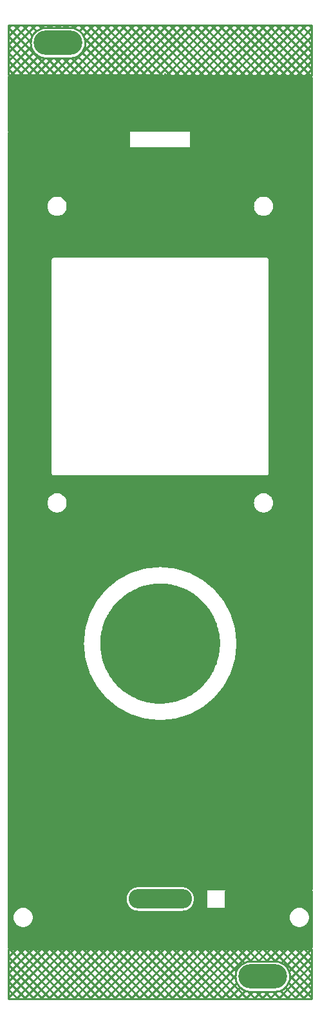
<source format=gbl>
G04 Layer: BottomLayer*
G04 EasyEDA v6.5.29, 2023-07-18 11:26:45*
G04 dee4f192ebb34c66a732ff03969ef4b9,5a6b42c53f6a479593ecc07194224c93,10*
G04 Gerber Generator version 0.2*
G04 Scale: 100 percent, Rotated: No, Reflected: No *
G04 Dimensions in millimeters *
G04 leading zeros omitted , absolute positions ,4 integer and 5 decimal *
%FSLAX45Y45*%
%MOMM*%

%ADD10C,0.2540*%
%ADD11C,2.0000*%
%ADD12O,6.4000126X3.1999936*%
%ADD13O,8.339988400000001X2.5599898*%

%LPD*%
G36*
X36068Y698500D02*
G01*
X32156Y699262D01*
X28905Y701497D01*
X26670Y704748D01*
X25908Y708660D01*
X25908Y4345940D01*
X26670Y4349851D01*
X28905Y4353102D01*
X32156Y4355338D01*
X36068Y4356100D01*
X32156Y4356862D01*
X28905Y4359097D01*
X26670Y4362348D01*
X25908Y4366260D01*
X25908Y11394440D01*
X26670Y11398351D01*
X28905Y11401602D01*
X32156Y11403838D01*
X36068Y11404600D01*
X32156Y11405362D01*
X28905Y11407597D01*
X26670Y11410848D01*
X25908Y11414760D01*
X25908Y12130938D01*
X26670Y12134799D01*
X28905Y12138101D01*
X32207Y12140336D01*
X36118Y12141098D01*
X4027982Y12128601D01*
X4031843Y12127839D01*
X4035145Y12125604D01*
X4037329Y12122353D01*
X4038092Y12118441D01*
X4038092Y1470660D01*
X4037329Y1466748D01*
X4035094Y1463497D01*
X4031843Y1461262D01*
X4027932Y1460500D01*
X4031843Y1459738D01*
X4035094Y1457502D01*
X4037329Y1454251D01*
X4038092Y1450340D01*
X4038092Y708660D01*
X4037329Y704748D01*
X4035094Y701497D01*
X4031843Y699262D01*
X4027932Y698500D01*
G37*

%LPC*%
G36*
X1639316Y11201400D02*
G01*
X2424684Y11201400D01*
X2425700Y11202416D01*
X2425700Y11403584D01*
X2424684Y11404600D01*
X1628139Y11404600D01*
X1632051Y11403838D01*
X1635302Y11401602D01*
X1637538Y11398351D01*
X1638300Y11394440D01*
X1638300Y11202416D01*
X1638452Y11201552D01*
G37*
G36*
X228600Y979017D02*
G01*
X243789Y979932D01*
X258724Y982675D01*
X273253Y987196D01*
X287121Y993444D01*
X300126Y1001318D01*
X312064Y1010666D01*
X322834Y1021435D01*
X332181Y1033373D01*
X340055Y1046378D01*
X346303Y1060246D01*
X350824Y1074775D01*
X353568Y1089710D01*
X354482Y1104900D01*
X353568Y1120089D01*
X350824Y1135024D01*
X346303Y1149553D01*
X340055Y1163421D01*
X332181Y1176426D01*
X322834Y1188364D01*
X312064Y1199134D01*
X300126Y1208481D01*
X287121Y1216355D01*
X273253Y1222603D01*
X258724Y1227124D01*
X243789Y1229868D01*
X228600Y1230782D01*
X213410Y1229868D01*
X198475Y1227124D01*
X183946Y1222603D01*
X170078Y1216355D01*
X157073Y1208481D01*
X145135Y1199134D01*
X134366Y1188364D01*
X125018Y1176426D01*
X117144Y1163421D01*
X110896Y1149553D01*
X106375Y1135024D01*
X103632Y1120089D01*
X102717Y1104900D01*
X103632Y1089710D01*
X106375Y1074775D01*
X110896Y1060246D01*
X117144Y1046378D01*
X125018Y1033373D01*
X134366Y1021435D01*
X145135Y1010666D01*
X157073Y1001318D01*
X170078Y993444D01*
X183946Y987196D01*
X198475Y982675D01*
X213410Y979932D01*
G37*
G36*
X1743252Y1192276D02*
G01*
X2320747Y1192276D01*
X2337663Y1193190D01*
X2354072Y1195882D01*
X2370124Y1200353D01*
X2385618Y1206550D01*
X2400350Y1214323D01*
X2414117Y1223670D01*
X2426817Y1234490D01*
X2438298Y1246581D01*
X2448356Y1259840D01*
X2456942Y1274114D01*
X2463952Y1289253D01*
X2469286Y1305052D01*
X2472842Y1321308D01*
X2474671Y1337868D01*
X2474671Y1354531D01*
X2472842Y1371092D01*
X2469286Y1387348D01*
X2463952Y1403146D01*
X2456942Y1418285D01*
X2448356Y1432560D01*
X2438298Y1445818D01*
X2426817Y1457909D01*
X2414117Y1468729D01*
X2400350Y1478076D01*
X2385618Y1485849D01*
X2370124Y1492046D01*
X2354072Y1496517D01*
X2337663Y1499209D01*
X2320747Y1500124D01*
X1743252Y1500124D01*
X1726387Y1499209D01*
X1709928Y1496517D01*
X1693875Y1492046D01*
X1678381Y1485849D01*
X1663649Y1478076D01*
X1649882Y1468729D01*
X1637182Y1457909D01*
X1625701Y1445818D01*
X1615643Y1432560D01*
X1607058Y1418285D01*
X1600047Y1403146D01*
X1594713Y1387348D01*
X1591157Y1371092D01*
X1589328Y1354531D01*
X1589328Y1337868D01*
X1591157Y1321308D01*
X1594713Y1305052D01*
X1600047Y1289253D01*
X1607058Y1274114D01*
X1615643Y1259840D01*
X1625701Y1246581D01*
X1637182Y1234490D01*
X1649882Y1223670D01*
X1663649Y1214323D01*
X1678381Y1206550D01*
X1693875Y1200353D01*
X1709928Y1195882D01*
X1726387Y1193190D01*
G37*
G36*
X2655316Y1231900D02*
G01*
X2881884Y1231900D01*
X2882900Y1232916D01*
X2882900Y1450340D01*
X2883662Y1454251D01*
X2885897Y1457502D01*
X2889148Y1459738D01*
X2893060Y1460500D01*
X2655316Y1460500D01*
X2654300Y1459484D01*
X2654300Y1232916D01*
G37*
G36*
X1881022Y3594354D02*
G01*
X2640634Y3720947D01*
X2642158Y3721760D01*
X3110890Y4304538D01*
X3111500Y4306011D01*
X3111500Y5040884D01*
X3111093Y5042458D01*
X2604109Y5688787D01*
X2602585Y5689752D01*
X1728368Y5816447D01*
X1726438Y5815939D01*
X1054862Y5245760D01*
X1053947Y5244338D01*
X903122Y4364532D01*
X901953Y4361230D01*
X899668Y4358487D01*
X896619Y4356709D01*
X893114Y4356100D01*
X896975Y4356100D01*
X901242Y4355134D01*
X904748Y4352442D01*
X1358087Y3810965D01*
X1360017Y3809542D01*
X1878279Y3594658D01*
G37*
G36*
X3860800Y979017D02*
G01*
X3875989Y979932D01*
X3890924Y982675D01*
X3905453Y987196D01*
X3919321Y993444D01*
X3932326Y1001318D01*
X3944264Y1010666D01*
X3955034Y1021435D01*
X3964381Y1033373D01*
X3972255Y1046378D01*
X3978503Y1060246D01*
X3983024Y1074775D01*
X3985768Y1089710D01*
X3986682Y1104900D01*
X3985768Y1120089D01*
X3983024Y1135024D01*
X3978503Y1149553D01*
X3972255Y1163421D01*
X3964381Y1176426D01*
X3955034Y1188364D01*
X3944264Y1199134D01*
X3932326Y1208481D01*
X3919321Y1216355D01*
X3905453Y1222603D01*
X3890924Y1227124D01*
X3875989Y1229868D01*
X3860800Y1230782D01*
X3845610Y1229868D01*
X3830675Y1227124D01*
X3816146Y1222603D01*
X3802278Y1216355D01*
X3789273Y1208481D01*
X3777335Y1199134D01*
X3766565Y1188364D01*
X3757218Y1176426D01*
X3749344Y1163421D01*
X3743096Y1149553D01*
X3738575Y1135024D01*
X3735832Y1120089D01*
X3734917Y1104900D01*
X3735832Y1089710D01*
X3738575Y1074775D01*
X3743096Y1060246D01*
X3749344Y1046378D01*
X3757218Y1033373D01*
X3766565Y1021435D01*
X3777335Y1010666D01*
X3789273Y1001318D01*
X3802278Y993444D01*
X3816146Y987196D01*
X3830675Y982675D01*
X3845610Y979932D01*
G37*
G36*
X675894Y6414617D02*
G01*
X691083Y6415532D01*
X706018Y6418275D01*
X720547Y6422796D01*
X734415Y6429044D01*
X747420Y6436918D01*
X759358Y6446266D01*
X770128Y6457035D01*
X779475Y6468973D01*
X787349Y6481978D01*
X793597Y6495846D01*
X798118Y6510375D01*
X800862Y6525310D01*
X801776Y6540500D01*
X800862Y6555689D01*
X798118Y6570624D01*
X793597Y6585153D01*
X787349Y6599021D01*
X779475Y6612026D01*
X770128Y6623964D01*
X759358Y6634734D01*
X747420Y6644081D01*
X734415Y6651955D01*
X720547Y6658203D01*
X706018Y6662724D01*
X691083Y6665468D01*
X675894Y6666382D01*
X660704Y6665468D01*
X645769Y6662724D01*
X631240Y6658203D01*
X617372Y6651955D01*
X604367Y6644081D01*
X592429Y6634734D01*
X581660Y6623964D01*
X572312Y6612026D01*
X564438Y6599021D01*
X558190Y6585153D01*
X553669Y6570624D01*
X550926Y6555689D01*
X550011Y6540500D01*
X550926Y6525310D01*
X553669Y6510375D01*
X558190Y6495846D01*
X564438Y6481978D01*
X572312Y6468973D01*
X581660Y6457035D01*
X592429Y6446266D01*
X604367Y6436918D01*
X617372Y6429044D01*
X631240Y6422796D01*
X645769Y6418275D01*
X660704Y6415532D01*
G37*
G36*
X631698Y6901891D02*
G01*
X3430524Y6901891D01*
X3436874Y6902602D01*
X3442309Y6904532D01*
X3447237Y6907580D01*
X3451301Y6911695D01*
X3454400Y6916572D01*
X3456330Y6922058D01*
X3457041Y6928358D01*
X3457041Y9727234D01*
X3456330Y9733534D01*
X3454400Y9739020D01*
X3451301Y9743897D01*
X3447237Y9748012D01*
X3442309Y9751060D01*
X3436874Y9752990D01*
X3430524Y9753701D01*
X631698Y9753701D01*
X625348Y9752990D01*
X619912Y9751060D01*
X614984Y9748012D01*
X610920Y9743897D01*
X607822Y9739020D01*
X605942Y9733534D01*
X605231Y9727234D01*
X605231Y6928358D01*
X605942Y6922058D01*
X607822Y6916572D01*
X610920Y6911695D01*
X614984Y6907580D01*
X619912Y6904532D01*
X625348Y6902602D01*
G37*
G36*
X3390900Y10304576D02*
G01*
X3406089Y10305491D01*
X3421024Y10308234D01*
X3435553Y10312755D01*
X3449421Y10319004D01*
X3462426Y10326878D01*
X3474364Y10336276D01*
X3485134Y10346994D01*
X3494481Y10358983D01*
X3502355Y10371988D01*
X3508603Y10385856D01*
X3513124Y10400334D01*
X3515868Y10415320D01*
X3516782Y10430459D01*
X3515868Y10445648D01*
X3513124Y10460634D01*
X3508603Y10475112D01*
X3502355Y10488980D01*
X3494481Y10501985D01*
X3485134Y10513974D01*
X3474364Y10524693D01*
X3462426Y10534091D01*
X3449421Y10541965D01*
X3435553Y10548213D01*
X3421024Y10552734D01*
X3406089Y10555478D01*
X3390900Y10556392D01*
X3375710Y10555478D01*
X3360775Y10552734D01*
X3346246Y10548213D01*
X3332378Y10541965D01*
X3319373Y10534091D01*
X3307435Y10524693D01*
X3296665Y10513974D01*
X3287318Y10501985D01*
X3279444Y10488980D01*
X3273196Y10475112D01*
X3268675Y10460634D01*
X3265932Y10445648D01*
X3265017Y10430459D01*
X3265932Y10415320D01*
X3268675Y10400334D01*
X3273196Y10385856D01*
X3279444Y10371988D01*
X3287318Y10358983D01*
X3296665Y10346994D01*
X3307435Y10336276D01*
X3319373Y10326878D01*
X3332378Y10319004D01*
X3346246Y10312755D01*
X3360775Y10308234D01*
X3375710Y10305491D01*
G37*
G36*
X675894Y10304576D02*
G01*
X691083Y10305491D01*
X706018Y10308234D01*
X720547Y10312755D01*
X734415Y10319004D01*
X747420Y10326878D01*
X759358Y10336276D01*
X770128Y10346994D01*
X779475Y10358983D01*
X787349Y10371988D01*
X793597Y10385856D01*
X798118Y10400334D01*
X800862Y10415320D01*
X801776Y10430459D01*
X800862Y10445648D01*
X798118Y10460634D01*
X793597Y10475112D01*
X787349Y10488980D01*
X779475Y10501985D01*
X770128Y10513974D01*
X759358Y10524693D01*
X747420Y10534091D01*
X734415Y10541965D01*
X720547Y10548213D01*
X706018Y10552734D01*
X691083Y10555478D01*
X675894Y10556392D01*
X660704Y10555478D01*
X645769Y10552734D01*
X631240Y10548213D01*
X617372Y10541965D01*
X604367Y10534091D01*
X592429Y10524693D01*
X581660Y10513974D01*
X572312Y10501985D01*
X564438Y10488980D01*
X558190Y10475112D01*
X553669Y10460634D01*
X550926Y10445648D01*
X550011Y10430459D01*
X550926Y10415320D01*
X553669Y10400334D01*
X558190Y10385856D01*
X564438Y10371988D01*
X572312Y10358983D01*
X581660Y10346994D01*
X592429Y10336276D01*
X604367Y10326878D01*
X617372Y10319004D01*
X631240Y10312755D01*
X645769Y10308234D01*
X660704Y10305491D01*
G37*
G36*
X3390900Y6414617D02*
G01*
X3406089Y6415532D01*
X3421024Y6418275D01*
X3435553Y6422796D01*
X3449421Y6429044D01*
X3462426Y6436918D01*
X3474364Y6446266D01*
X3485134Y6457035D01*
X3494481Y6468973D01*
X3502355Y6481978D01*
X3508603Y6495846D01*
X3513124Y6510375D01*
X3515868Y6525310D01*
X3516782Y6540500D01*
X3515868Y6555689D01*
X3513124Y6570624D01*
X3508603Y6585153D01*
X3502355Y6599021D01*
X3494481Y6612026D01*
X3485134Y6623964D01*
X3474364Y6634734D01*
X3462426Y6644081D01*
X3449421Y6651955D01*
X3435553Y6658203D01*
X3421024Y6662724D01*
X3406089Y6665468D01*
X3390900Y6666382D01*
X3375710Y6665468D01*
X3360775Y6662724D01*
X3346246Y6658203D01*
X3332378Y6651955D01*
X3319373Y6644081D01*
X3307435Y6634734D01*
X3296665Y6623964D01*
X3287318Y6612026D01*
X3279444Y6599021D01*
X3273196Y6585153D01*
X3268675Y6570624D01*
X3265932Y6555689D01*
X3265017Y6540500D01*
X3265932Y6525310D01*
X3268675Y6510375D01*
X3273196Y6495846D01*
X3279444Y6481978D01*
X3287318Y6468973D01*
X3296665Y6457035D01*
X3307435Y6446266D01*
X3319373Y6436918D01*
X3332378Y6429044D01*
X3346246Y6422796D01*
X3360775Y6418275D01*
X3375710Y6415532D01*
G37*

%LPD*%
G36*
X2025700Y5482336D02*
G01*
X2000300Y5481726D01*
X1975002Y5480304D01*
X1949704Y5478068D01*
X1924557Y5474970D01*
X1899462Y5471109D01*
X1874520Y5466435D01*
X1849729Y5460949D01*
X1837436Y5457952D01*
X1812950Y5451297D01*
X1788718Y5443829D01*
X1764690Y5435600D01*
X1740966Y5426608D01*
X1717548Y5416854D01*
X1694484Y5406339D01*
X1671726Y5395112D01*
X1649374Y5383123D01*
X1627378Y5370423D01*
X1605838Y5357063D01*
X1584706Y5342991D01*
X1564081Y5328208D01*
X1543913Y5312816D01*
X1524254Y5296763D01*
X1505153Y5280101D01*
X1486560Y5262829D01*
X1468577Y5244947D01*
X1451152Y5226507D01*
X1434338Y5207558D01*
X1426108Y5197856D01*
X1410258Y5178044D01*
X1395018Y5157774D01*
X1380439Y5136997D01*
X1366520Y5115814D01*
X1353312Y5094122D01*
X1340815Y5072075D01*
X1329029Y5049621D01*
X1317955Y5026761D01*
X1307642Y5003596D01*
X1298041Y4980076D01*
X1289253Y4956302D01*
X1281226Y4932222D01*
X1273962Y4907940D01*
X1267510Y4883404D01*
X1261821Y4858664D01*
X1256944Y4833772D01*
X1252880Y4808728D01*
X1249629Y4783582D01*
X1247190Y4758334D01*
X1245565Y4732985D01*
X1244752Y4707636D01*
X1244650Y4694986D01*
X1245057Y4669586D01*
X1246276Y4644237D01*
X1248308Y4618990D01*
X1251153Y4593742D01*
X1254810Y4568647D01*
X1259281Y4543704D01*
X1264564Y4518863D01*
X1270660Y4494225D01*
X1273962Y4481982D01*
X1281226Y4457700D01*
X1289253Y4433620D01*
X1298041Y4409846D01*
X1307642Y4386326D01*
X1317955Y4363161D01*
X1329029Y4340301D01*
X1340815Y4317847D01*
X1353312Y4295800D01*
X1366520Y4274108D01*
X1380439Y4252925D01*
X1395018Y4232148D01*
X1410258Y4211878D01*
X1426108Y4192066D01*
X1442669Y4172813D01*
X1459788Y4154119D01*
X1477518Y4135932D01*
X1495806Y4118356D01*
X1514652Y4101388D01*
X1534058Y4085031D01*
X1553921Y4069334D01*
X1574342Y4054246D01*
X1595221Y4039819D01*
X1616557Y4026103D01*
X1638350Y4013047D01*
X1660499Y4000703D01*
X1683054Y3989120D01*
X1705965Y3978249D01*
X1729232Y3968089D01*
X1752803Y3958742D01*
X1776679Y3950106D01*
X1800809Y3942283D01*
X1812950Y3938625D01*
X1837436Y3931970D01*
X1862124Y3926128D01*
X1886966Y3921048D01*
X1911959Y3916781D01*
X1937105Y3913327D01*
X1949704Y3911854D01*
X1975002Y3909618D01*
X2000300Y3908196D01*
X2025700Y3907586D01*
X2051050Y3907790D01*
X2076399Y3908806D01*
X2101697Y3910634D01*
X2114346Y3911854D01*
X2139492Y3914952D01*
X2164588Y3918813D01*
X2189530Y3923487D01*
X2214321Y3928973D01*
X2226614Y3931970D01*
X2251100Y3938625D01*
X2275332Y3946093D01*
X2299360Y3954322D01*
X2323084Y3963314D01*
X2346502Y3973068D01*
X2369566Y3983583D01*
X2392324Y3994810D01*
X2414676Y4006799D01*
X2436672Y4019499D01*
X2458212Y4032859D01*
X2479344Y4046931D01*
X2499969Y4061714D01*
X2520137Y4077106D01*
X2539796Y4093159D01*
X2558897Y4109821D01*
X2577490Y4127093D01*
X2595473Y4144975D01*
X2612898Y4163415D01*
X2629712Y4182364D01*
X2637942Y4192066D01*
X2653792Y4211878D01*
X2669032Y4232148D01*
X2683611Y4252925D01*
X2697530Y4274108D01*
X2710738Y4295800D01*
X2723235Y4317847D01*
X2735021Y4340301D01*
X2746095Y4363161D01*
X2756408Y4386326D01*
X2766009Y4409846D01*
X2774797Y4433620D01*
X2782824Y4457700D01*
X2790088Y4481982D01*
X2796540Y4506518D01*
X2802229Y4531258D01*
X2807106Y4556150D01*
X2811170Y4581194D01*
X2814421Y4606340D01*
X2816860Y4631588D01*
X2818485Y4656937D01*
X2819298Y4682286D01*
X2819450Y4694986D01*
X2818993Y4720336D01*
X2817774Y4745685D01*
X2815742Y4770932D01*
X2812897Y4796180D01*
X2809240Y4821275D01*
X2804769Y4846218D01*
X2799486Y4871059D01*
X2793390Y4895697D01*
X2790088Y4907940D01*
X2782824Y4932222D01*
X2774797Y4956302D01*
X2766009Y4980076D01*
X2756408Y5003596D01*
X2746095Y5026761D01*
X2735021Y5049621D01*
X2723235Y5072075D01*
X2710738Y5094122D01*
X2697530Y5115814D01*
X2683611Y5136997D01*
X2669032Y5157774D01*
X2653792Y5178044D01*
X2637942Y5197856D01*
X2621381Y5217109D01*
X2604262Y5235803D01*
X2586532Y5253990D01*
X2568244Y5271566D01*
X2549398Y5288534D01*
X2529992Y5304891D01*
X2510129Y5320588D01*
X2489708Y5335676D01*
X2468829Y5350103D01*
X2447493Y5363819D01*
X2425750Y5376875D01*
X2403551Y5389219D01*
X2380996Y5400802D01*
X2358085Y5411673D01*
X2334818Y5421833D01*
X2311247Y5431180D01*
X2287371Y5439816D01*
X2263241Y5447639D01*
X2251100Y5451297D01*
X2226614Y5457952D01*
X2201926Y5463794D01*
X2177084Y5468874D01*
X2152091Y5473141D01*
X2126945Y5476595D01*
X2114346Y5478068D01*
X2089048Y5480304D01*
X2063750Y5481726D01*
X2038350Y5482336D01*
G37*
D10*
X2095500Y12103100D02*
G01*
X2095500Y12166600D01*
X3771900Y673100D02*
G01*
X3771900Y736600D01*
X38862Y38862D02*
G01*
X38862Y685545D01*
X38862Y685545D02*
G01*
X4025138Y685545D01*
X4025138Y685545D02*
G01*
X4025138Y38862D01*
X4025138Y38862D02*
G01*
X38862Y38862D01*
X3064476Y204043D02*
G01*
X3077582Y189583D01*
X3077582Y189583D02*
G01*
X3092042Y176477D01*
X3092042Y176477D02*
G01*
X3107717Y164852D01*
X3107717Y164852D02*
G01*
X3124456Y154819D01*
X3124456Y154819D02*
G01*
X3142097Y146475D01*
X3142097Y146475D02*
G01*
X3160472Y139901D01*
X3160472Y139901D02*
G01*
X3179403Y135159D01*
X3179403Y135159D02*
G01*
X3198707Y132295D01*
X3198707Y132295D02*
G01*
X3218199Y131338D01*
X3218199Y131338D02*
G01*
X3538200Y131338D01*
X3538200Y131338D02*
G01*
X3557692Y132295D01*
X3557692Y132295D02*
G01*
X3576996Y135159D01*
X3576996Y135159D02*
G01*
X3595927Y139901D01*
X3595927Y139901D02*
G01*
X3614302Y146475D01*
X3614302Y146475D02*
G01*
X3631943Y154819D01*
X3631943Y154819D02*
G01*
X3648682Y164852D01*
X3648682Y164852D02*
G01*
X3664357Y176477D01*
X3664357Y176477D02*
G01*
X3678817Y189583D01*
X3678817Y189583D02*
G01*
X3691923Y204043D01*
X3691923Y204043D02*
G01*
X3703548Y219718D01*
X3703548Y219718D02*
G01*
X3713581Y236457D01*
X3713581Y236457D02*
G01*
X3721925Y254098D01*
X3721925Y254098D02*
G01*
X3728499Y272473D01*
X3728499Y272473D02*
G01*
X3733241Y291404D01*
X3733241Y291404D02*
G01*
X3736105Y310708D01*
X3736105Y310708D02*
G01*
X3737062Y330200D01*
X3737062Y330200D02*
G01*
X3736105Y349691D01*
X3736105Y349691D02*
G01*
X3733241Y368995D01*
X3733241Y368995D02*
G01*
X3728499Y387926D01*
X3728499Y387926D02*
G01*
X3721925Y406301D01*
X3721925Y406301D02*
G01*
X3713581Y423942D01*
X3713581Y423942D02*
G01*
X3703548Y440681D01*
X3703548Y440681D02*
G01*
X3691923Y456356D01*
X3691923Y456356D02*
G01*
X3678817Y470816D01*
X3678817Y470816D02*
G01*
X3664357Y483922D01*
X3664357Y483922D02*
G01*
X3648682Y495547D01*
X3648682Y495547D02*
G01*
X3631943Y505580D01*
X3631943Y505580D02*
G01*
X3614302Y513924D01*
X3614302Y513924D02*
G01*
X3595927Y520498D01*
X3595927Y520498D02*
G01*
X3576996Y525240D01*
X3576996Y525240D02*
G01*
X3557692Y528104D01*
X3557692Y528104D02*
G01*
X3538200Y529061D01*
X3538200Y529061D02*
G01*
X3218199Y529061D01*
X3218199Y529061D02*
G01*
X3198707Y528104D01*
X3198707Y528104D02*
G01*
X3179403Y525240D01*
X3179403Y525240D02*
G01*
X3160472Y520498D01*
X3160472Y520498D02*
G01*
X3142097Y513924D01*
X3142097Y513924D02*
G01*
X3124456Y505580D01*
X3124456Y505580D02*
G01*
X3107717Y495547D01*
X3107717Y495547D02*
G01*
X3092042Y483922D01*
X3092042Y483922D02*
G01*
X3077582Y470816D01*
X3077582Y470816D02*
G01*
X3064476Y456356D01*
X3064476Y456356D02*
G01*
X3052851Y440681D01*
X3052851Y440681D02*
G01*
X3042818Y423942D01*
X3042818Y423942D02*
G01*
X3034474Y406301D01*
X3034474Y406301D02*
G01*
X3027900Y387926D01*
X3027900Y387926D02*
G01*
X3023158Y368995D01*
X3023158Y368995D02*
G01*
X3020294Y349691D01*
X3020294Y349691D02*
G01*
X3019337Y330200D01*
X3019337Y330200D02*
G01*
X3020294Y310708D01*
X3020294Y310708D02*
G01*
X3023158Y291404D01*
X3023158Y291404D02*
G01*
X3027900Y272473D01*
X3027900Y272473D02*
G01*
X3034474Y254098D01*
X3034474Y254098D02*
G01*
X3042818Y236457D01*
X3042818Y236457D02*
G01*
X3052851Y219718D01*
X3052851Y219718D02*
G01*
X3064476Y204043D01*
X38862Y50940D02*
G01*
X50940Y38862D01*
X38862Y158703D02*
G01*
X158703Y38862D01*
X38862Y266466D02*
G01*
X266466Y38862D01*
X38862Y374229D02*
G01*
X374229Y38862D01*
X38862Y481992D02*
G01*
X481992Y38862D01*
X38862Y589755D02*
G01*
X589755Y38862D01*
X50835Y685545D02*
G01*
X697519Y38862D01*
X158598Y685545D02*
G01*
X805282Y38862D01*
X266361Y685545D02*
G01*
X913045Y38862D01*
X374124Y685545D02*
G01*
X1020808Y38862D01*
X481887Y685545D02*
G01*
X1128571Y38862D01*
X589650Y685545D02*
G01*
X1236334Y38862D01*
X697413Y685545D02*
G01*
X1344097Y38862D01*
X805176Y685545D02*
G01*
X1451860Y38862D01*
X912939Y685545D02*
G01*
X1559623Y38862D01*
X1020702Y685545D02*
G01*
X1667386Y38862D01*
X1128465Y685545D02*
G01*
X1775149Y38862D01*
X1236228Y685545D02*
G01*
X1882912Y38862D01*
X1343991Y685545D02*
G01*
X1990675Y38862D01*
X1451755Y685545D02*
G01*
X2098439Y38862D01*
X1559518Y685545D02*
G01*
X2206202Y38862D01*
X1667281Y685545D02*
G01*
X2313965Y38862D01*
X1775044Y685545D02*
G01*
X2421728Y38862D01*
X1882807Y685545D02*
G01*
X2529491Y38862D01*
X1990570Y685545D02*
G01*
X2637254Y38862D01*
X2098333Y685545D02*
G01*
X2745017Y38862D01*
X2206096Y685545D02*
G01*
X2852780Y38862D01*
X2313859Y685545D02*
G01*
X2960543Y38862D01*
X2421622Y685545D02*
G01*
X3068306Y38862D01*
X2529385Y685545D02*
G01*
X3176069Y38862D01*
X2637148Y685545D02*
G01*
X3021741Y300952D01*
X3188951Y133742D02*
G01*
X3283832Y38862D01*
X2744911Y685545D02*
G01*
X3031755Y398702D01*
X3299119Y131338D02*
G01*
X3391595Y38862D01*
X2852675Y685545D02*
G01*
X3072743Y465477D01*
X3406882Y131338D02*
G01*
X3499359Y38862D01*
X2960438Y685545D02*
G01*
X3135283Y510701D01*
X3514645Y131338D02*
G01*
X3607122Y38862D01*
X3068201Y685545D02*
G01*
X3224685Y529061D01*
X3609124Y144623D02*
G01*
X3714885Y38862D01*
X3175964Y685545D02*
G01*
X3332448Y529061D01*
X3675202Y186307D02*
G01*
X3822648Y38862D01*
X3283727Y685545D02*
G01*
X3440211Y529061D01*
X3719757Y249515D02*
G01*
X3930411Y38862D01*
X3391490Y685545D02*
G01*
X3548479Y528556D01*
X3736557Y340478D02*
G01*
X4025138Y51898D01*
X3499253Y685545D02*
G01*
X4025138Y159661D01*
X3607016Y685545D02*
G01*
X4025138Y267424D01*
X3714779Y685545D02*
G01*
X4025138Y375187D01*
X3822542Y685545D02*
G01*
X4025138Y482950D01*
X3930305Y685545D02*
G01*
X4025138Y590713D01*
X4013059Y38862D02*
G01*
X4025138Y50940D01*
X3905296Y38862D02*
G01*
X4025138Y158703D01*
X3797533Y38862D02*
G01*
X4025138Y266466D01*
X3689770Y38862D02*
G01*
X4025138Y374229D01*
X3582007Y38862D02*
G01*
X4025138Y481992D01*
X3474244Y38862D02*
G01*
X3569417Y134035D01*
X3734365Y298983D02*
G01*
X4025138Y589755D01*
X3366480Y38862D02*
G01*
X3458957Y131338D01*
X3725086Y397467D02*
G01*
X4013164Y685545D01*
X3258717Y38862D02*
G01*
X3351194Y131338D01*
X3684453Y464597D02*
G01*
X3905401Y685545D01*
X3150954Y38862D02*
G01*
X3243431Y131338D01*
X3622255Y510162D02*
G01*
X3797638Y685545D01*
X3043191Y38862D02*
G01*
X3148510Y144181D01*
X3533391Y529061D02*
G01*
X3689875Y685545D01*
X2935428Y38862D02*
G01*
X3082076Y185510D01*
X3425628Y529061D02*
G01*
X3582112Y685545D01*
X2827665Y38862D02*
G01*
X3037180Y248377D01*
X3317865Y529061D02*
G01*
X3474349Y685545D01*
X2719902Y38862D02*
G01*
X3019755Y338715D01*
X3209683Y528643D02*
G01*
X3366586Y685545D01*
X2612139Y38862D02*
G01*
X3258823Y685545D01*
X2504376Y38862D02*
G01*
X3151060Y685545D01*
X2396613Y38862D02*
G01*
X3043297Y685545D01*
X2288850Y38862D02*
G01*
X2935534Y685545D01*
X2181087Y38862D02*
G01*
X2827771Y685545D01*
X2073324Y38862D02*
G01*
X2720008Y685545D01*
X1965560Y38862D02*
G01*
X2612244Y685545D01*
X1857797Y38862D02*
G01*
X2504481Y685545D01*
X1750034Y38862D02*
G01*
X2396718Y685545D01*
X1642271Y38862D02*
G01*
X2288955Y685545D01*
X1534508Y38862D02*
G01*
X2181192Y685545D01*
X1426745Y38862D02*
G01*
X2073429Y685545D01*
X1318982Y38862D02*
G01*
X1965666Y685545D01*
X1211219Y38862D02*
G01*
X1857903Y685545D01*
X1103456Y38862D02*
G01*
X1750140Y685545D01*
X995693Y38862D02*
G01*
X1642377Y685545D01*
X887930Y38862D02*
G01*
X1534614Y685545D01*
X780167Y38862D02*
G01*
X1426851Y685545D01*
X672404Y38862D02*
G01*
X1319088Y685545D01*
X564640Y38862D02*
G01*
X1211324Y685545D01*
X456877Y38862D02*
G01*
X1103561Y685545D01*
X349114Y38862D02*
G01*
X995798Y685545D01*
X241351Y38862D02*
G01*
X888035Y685545D01*
X133588Y38862D02*
G01*
X780272Y685545D01*
X38862Y51898D02*
G01*
X672509Y685545D01*
X38862Y159661D02*
G01*
X564746Y685545D01*
X38862Y267424D02*
G01*
X456983Y685545D01*
X38862Y375187D02*
G01*
X349220Y685545D01*
X38862Y482950D02*
G01*
X241457Y685545D01*
X38862Y590713D02*
G01*
X133694Y685545D01*
X38862Y12154032D02*
G01*
X38862Y12800837D01*
X38862Y12800837D02*
G01*
X4025138Y12800837D01*
X4025138Y12800837D02*
G01*
X4025138Y12141575D01*
X4025138Y12141575D02*
G01*
X38862Y12154032D01*
X372076Y12446843D02*
G01*
X385182Y12432383D01*
X385182Y12432383D02*
G01*
X399642Y12419277D01*
X399642Y12419277D02*
G01*
X415317Y12407652D01*
X415317Y12407652D02*
G01*
X432056Y12397619D01*
X432056Y12397619D02*
G01*
X449697Y12389275D01*
X449697Y12389275D02*
G01*
X468072Y12382701D01*
X468072Y12382701D02*
G01*
X487003Y12377959D01*
X487003Y12377959D02*
G01*
X506307Y12375095D01*
X506307Y12375095D02*
G01*
X525799Y12374138D01*
X525799Y12374138D02*
G01*
X845800Y12374138D01*
X845800Y12374138D02*
G01*
X865292Y12375095D01*
X865292Y12375095D02*
G01*
X884596Y12377959D01*
X884596Y12377959D02*
G01*
X903527Y12382701D01*
X903527Y12382701D02*
G01*
X921902Y12389275D01*
X921902Y12389275D02*
G01*
X939543Y12397619D01*
X939543Y12397619D02*
G01*
X956282Y12407652D01*
X956282Y12407652D02*
G01*
X971957Y12419277D01*
X971957Y12419277D02*
G01*
X986417Y12432383D01*
X986417Y12432383D02*
G01*
X999523Y12446843D01*
X999523Y12446843D02*
G01*
X1011148Y12462518D01*
X1011148Y12462518D02*
G01*
X1021181Y12479257D01*
X1021181Y12479257D02*
G01*
X1029525Y12496898D01*
X1029525Y12496898D02*
G01*
X1036099Y12515273D01*
X1036099Y12515273D02*
G01*
X1040841Y12534204D01*
X1040841Y12534204D02*
G01*
X1043705Y12553508D01*
X1043705Y12553508D02*
G01*
X1044662Y12573000D01*
X1044662Y12573000D02*
G01*
X1043705Y12592491D01*
X1043705Y12592491D02*
G01*
X1040841Y12611795D01*
X1040841Y12611795D02*
G01*
X1036099Y12630726D01*
X1036099Y12630726D02*
G01*
X1029525Y12649101D01*
X1029525Y12649101D02*
G01*
X1021181Y12666742D01*
X1021181Y12666742D02*
G01*
X1011148Y12683481D01*
X1011148Y12683481D02*
G01*
X999523Y12699156D01*
X999523Y12699156D02*
G01*
X986417Y12713616D01*
X986417Y12713616D02*
G01*
X971957Y12726722D01*
X971957Y12726722D02*
G01*
X956282Y12738347D01*
X956282Y12738347D02*
G01*
X939543Y12748380D01*
X939543Y12748380D02*
G01*
X921902Y12756724D01*
X921902Y12756724D02*
G01*
X903527Y12763298D01*
X903527Y12763298D02*
G01*
X884596Y12768040D01*
X884596Y12768040D02*
G01*
X865292Y12770904D01*
X865292Y12770904D02*
G01*
X845800Y12771861D01*
X845800Y12771861D02*
G01*
X525799Y12771861D01*
X525799Y12771861D02*
G01*
X506307Y12770904D01*
X506307Y12770904D02*
G01*
X487003Y12768040D01*
X487003Y12768040D02*
G01*
X468072Y12763298D01*
X468072Y12763298D02*
G01*
X449697Y12756724D01*
X449697Y12756724D02*
G01*
X432056Y12748380D01*
X432056Y12748380D02*
G01*
X415317Y12738347D01*
X415317Y12738347D02*
G01*
X399642Y12726722D01*
X399642Y12726722D02*
G01*
X385182Y12713616D01*
X385182Y12713616D02*
G01*
X372076Y12699156D01*
X372076Y12699156D02*
G01*
X360451Y12683481D01*
X360451Y12683481D02*
G01*
X350418Y12666742D01*
X350418Y12666742D02*
G01*
X342074Y12649101D01*
X342074Y12649101D02*
G01*
X335500Y12630726D01*
X335500Y12630726D02*
G01*
X330758Y12611795D01*
X330758Y12611795D02*
G01*
X327894Y12592491D01*
X327894Y12592491D02*
G01*
X326937Y12573000D01*
X326937Y12573000D02*
G01*
X327894Y12553508D01*
X327894Y12553508D02*
G01*
X330758Y12534204D01*
X330758Y12534204D02*
G01*
X335500Y12515273D01*
X335500Y12515273D02*
G01*
X342074Y12496898D01*
X342074Y12496898D02*
G01*
X350418Y12479257D01*
X350418Y12479257D02*
G01*
X360451Y12462518D01*
X360451Y12462518D02*
G01*
X372076Y12446843D01*
X38862Y12228167D02*
G01*
X113229Y12153800D01*
X38862Y12335930D02*
G01*
X221330Y12153462D01*
X38862Y12443693D02*
G01*
X329431Y12153124D01*
X38862Y12551456D02*
G01*
X437532Y12152786D01*
X38862Y12659220D02*
G01*
X545633Y12152448D01*
X38862Y12766983D02*
G01*
X653734Y12152111D01*
X112770Y12800837D02*
G01*
X327577Y12586030D01*
X539470Y12374138D02*
G01*
X761834Y12151773D01*
X220533Y12800837D02*
G01*
X351996Y12669374D01*
X647233Y12374138D02*
G01*
X869935Y12151435D01*
X328296Y12800837D02*
G01*
X401232Y12727901D01*
X754996Y12374138D02*
G01*
X978036Y12151097D01*
X436059Y12800837D02*
G01*
X472491Y12764405D01*
X861965Y12374932D02*
G01*
X1086137Y12150759D01*
X543822Y12800837D02*
G01*
X572798Y12771861D01*
X944231Y12400429D02*
G01*
X1194238Y12150421D01*
X651585Y12800837D02*
G01*
X680562Y12771861D01*
X1002102Y12450321D02*
G01*
X1302339Y12150084D01*
X759348Y12800837D02*
G01*
X788325Y12771861D01*
X1037865Y12522321D02*
G01*
X1410440Y12149746D01*
X867111Y12800837D02*
G01*
X905277Y12762672D01*
X1035473Y12632476D02*
G01*
X1518541Y12149408D01*
X974874Y12800837D02*
G01*
X1626642Y12149070D01*
X1082637Y12800837D02*
G01*
X1734743Y12148732D01*
X1190400Y12800837D02*
G01*
X1842843Y12148395D01*
X1298164Y12800837D02*
G01*
X1950944Y12148057D01*
X1405927Y12800837D02*
G01*
X2059045Y12147719D01*
X1513690Y12800837D02*
G01*
X2167146Y12147381D01*
X1621453Y12800837D02*
G01*
X2275247Y12147044D01*
X1729216Y12800837D02*
G01*
X2383348Y12146706D01*
X1836979Y12800837D02*
G01*
X2491449Y12146368D01*
X1944742Y12800837D02*
G01*
X2599550Y12146030D01*
X2052505Y12800837D02*
G01*
X2707650Y12145692D01*
X2160268Y12800837D02*
G01*
X2815751Y12145354D01*
X2268031Y12800837D02*
G01*
X2923852Y12145017D01*
X2375794Y12800837D02*
G01*
X3031953Y12144679D01*
X2483557Y12800837D02*
G01*
X3140054Y12144341D01*
X2591320Y12800837D02*
G01*
X3248155Y12144003D01*
X2699084Y12800837D02*
G01*
X3356256Y12143665D01*
X2806847Y12800837D02*
G01*
X3464357Y12143328D01*
X2914610Y12800837D02*
G01*
X3572458Y12142990D01*
X3022373Y12800837D02*
G01*
X3680559Y12142652D01*
X3130136Y12800837D02*
G01*
X3788659Y12142314D01*
X3237899Y12800837D02*
G01*
X3896760Y12141976D01*
X3345662Y12800837D02*
G01*
X4004861Y12141638D01*
X3453425Y12800837D02*
G01*
X4025138Y12229125D01*
X3561188Y12800837D02*
G01*
X4025138Y12336888D01*
X3668951Y12800837D02*
G01*
X4025138Y12444651D01*
X3776714Y12800837D02*
G01*
X4025138Y12552414D01*
X3884477Y12800837D02*
G01*
X4025138Y12660177D01*
X3992240Y12800837D02*
G01*
X4025138Y12767940D01*
X3938815Y12141845D02*
G01*
X4025138Y12228167D01*
X3831388Y12142180D02*
G01*
X4025138Y12335930D01*
X3723960Y12142516D02*
G01*
X4025138Y12443693D01*
X3616533Y12142852D02*
G01*
X4025138Y12551456D01*
X3509106Y12143188D02*
G01*
X4025138Y12659220D01*
X3401678Y12143523D02*
G01*
X4025138Y12766983D01*
X3294251Y12143859D02*
G01*
X3951229Y12800837D01*
X3186823Y12144195D02*
G01*
X3843466Y12800837D01*
X3079396Y12144530D02*
G01*
X3735703Y12800837D01*
X2971969Y12144866D02*
G01*
X3627940Y12800837D01*
X2864541Y12145202D02*
G01*
X3520177Y12800837D01*
X2757114Y12145538D02*
G01*
X3412414Y12800837D01*
X2649687Y12145873D02*
G01*
X3304651Y12800837D01*
X2542259Y12146209D02*
G01*
X3196888Y12800837D01*
X2434832Y12146545D02*
G01*
X3089125Y12800837D01*
X2327405Y12146880D02*
G01*
X2981362Y12800837D01*
X2219977Y12147216D02*
G01*
X2873599Y12800837D01*
X2112550Y12147552D02*
G01*
X2765835Y12800837D01*
X2005122Y12147888D02*
G01*
X2658072Y12800837D01*
X1897695Y12148223D02*
G01*
X2550309Y12800837D01*
X1790268Y12148559D02*
G01*
X2442546Y12800837D01*
X1682840Y12148895D02*
G01*
X2334783Y12800837D01*
X1575413Y12149230D02*
G01*
X2227020Y12800837D01*
X1467986Y12149566D02*
G01*
X2119257Y12800837D01*
X1360558Y12149902D02*
G01*
X2011494Y12800837D01*
X1253131Y12150238D02*
G01*
X1903731Y12800837D01*
X1145704Y12150573D02*
G01*
X1795968Y12800837D01*
X1038276Y12150909D02*
G01*
X1688205Y12800837D01*
X930849Y12151245D02*
G01*
X1580442Y12800837D01*
X823421Y12151580D02*
G01*
X1472679Y12800837D01*
X715994Y12151916D02*
G01*
X1364915Y12800837D01*
X608567Y12152252D02*
G01*
X830453Y12374138D01*
X1043944Y12587629D02*
G01*
X1257152Y12800837D01*
X501139Y12152588D02*
G01*
X722690Y12374138D01*
X1018975Y12670423D02*
G01*
X1149389Y12800837D01*
X393712Y12152923D02*
G01*
X614927Y12374138D01*
X969404Y12728615D02*
G01*
X1041626Y12800837D01*
X286285Y12153259D02*
G01*
X508036Y12375010D01*
X897767Y12764741D02*
G01*
X933863Y12800837D01*
X178857Y12153595D02*
G01*
X426320Y12401057D01*
X797124Y12771861D02*
G01*
X826100Y12800837D01*
X71430Y12153930D02*
G01*
X368783Y12451283D01*
X689361Y12771861D02*
G01*
X718337Y12800837D01*
X38862Y12229125D02*
G01*
X333398Y12523662D01*
X581598Y12771861D02*
G01*
X610574Y12800837D01*
X38862Y12336888D02*
G01*
X337060Y12635087D01*
X463711Y12761738D02*
G01*
X502811Y12800837D01*
X38862Y12444651D02*
G01*
X395048Y12800837D01*
X38862Y12552414D02*
G01*
X287285Y12800837D01*
X38862Y12660177D02*
G01*
X179522Y12800837D01*
X38862Y12767940D02*
G01*
X71759Y12800837D01*
D11*
G75*
G01
X3136925Y4694961D02*
G03X3136925Y4694961I-1104900J0D01*
D12*
G01*
X685800Y12573000D03*
G01*
X3378200Y330200D03*
D13*
G01*
X2032000Y1346200D03*
M02*

</source>
